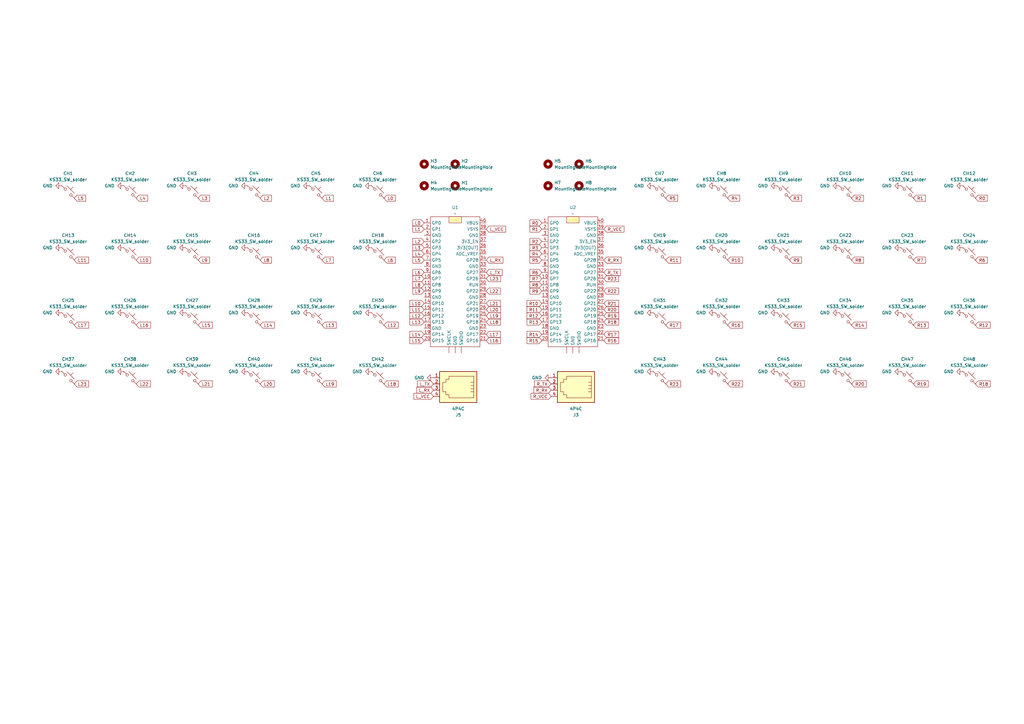
<source format=kicad_sch>
(kicad_sch (version 20231120) (generator "eeschema") (generator_version "8.0")
  (paper "A3")
  (lib_symbols
    (symbol "Connector:4P4C" (pin_names (offset 1.016))
      (property "Reference" "J" (at -5.08 8.89 0))
      (property "Value" "4P4C" (at 2.54 8.89 0))
      (symbol "4P4C_0_1"
        (polyline (pts (xy -6.35 -0.635) (xy -5.08 -0.635) (xy -5.08 -0.635)))
        (polyline (pts (xy -6.35 0.635) (xy -5.08 0.635) (xy -5.08 0.635)))
        (polyline (pts (xy -6.35 1.905) (xy -5.08 1.905) (xy -5.08 1.905)))
        (polyline (pts (xy -6.35 3.175) (xy -5.08 3.175) (xy -5.08 3.175)))
        (polyline (pts (xy -6.35 -3.175) (xy -6.35 5.715) (xy -1.27 5.715) (xy 3.81 5.715) (xy 3.81 4.445) (xy 5.08 4.445) (xy 5.08 3.175) (xy 6.35 3.175) (xy 6.35 -0.635) (xy 5.08 -0.635) (xy 5.08 -1.905) (xy 3.81 -1.905) (xy 3.81 -3.175) (xy -6.35 -3.175) (xy -6.35 -3.175)))
        (rectangle (start 7.62 7.62) (end -7.62 -5.08) (stroke (width 0.254)) (fill (type background)))
      )
      (symbol "4P4C_1_1"
        (pin passive line (at 10.16 -2.54 180) (length 2.54) (name "~") (number "1"))
        (pin passive line (at 10.16 0 180) (length 2.54) (name "~") (number "2"))
        (pin passive line (at 10.16 2.54 180) (length 2.54) (name "~") (number "3"))
        (pin passive line (at 10.16 5.08 180) (length 2.54) (name "~") (number "4"))
      )
    )
    (symbol "Mechanical:MountingHole" (pin_names (offset 1.016)) (exclude_from_sim yes) (in_bom no)
      (property "Reference" "H" (at 0 5.08 0))
      (property "Value" "MountingHole" (at 0 3.175 0))
      (symbol "MountingHole_0_1"
        (circle (center 0 0) (radius 1.27) (stroke (width 1.27)))
      )
    )
    (symbol "PCM_RP2040_parts:pi_pico"
      (property "Reference" "U" (at 0 0 0))
      (symbol "pi_pico_1_0"
        (pin passive line (at -12.7 -27.94 0) (length 2.54) (name "GP7") (number "10"))
        (pin passive line (at -12.7 -30.48 0) (length 2.54) (name "GP8") (number "11"))
        (pin passive line (at -12.7 -33.02 0) (length 2.54) (name "GP9") (number "12"))
        (pin passive line (at -12.7 -35.56 0) (length 2.54) (name "GND") (number "13"))
        (pin passive line (at -12.7 -38.1 0) (length 2.54) (name "GP10") (number "14"))
        (pin passive line (at -12.7 -40.64 0) (length 2.54) (name "GP11") (number "15"))
        (pin passive line (at -12.7 -43.18 0) (length 2.54) (name "GP12") (number "16"))
        (pin passive line (at -12.7 -45.72 0) (length 2.54) (name "GP13") (number "17"))
        (pin passive line (at -12.7 -48.26 0) (length 2.54) (name "GND") (number "18"))
        (pin passive line (at -12.7 -50.8 0) (length 2.54) (name "GP14") (number "19"))
        (pin passive line (at -12.7 -53.34 0) (length 2.54) (name "GP15") (number "20"))
        (pin passive line (at 12.7 -53.34 180) (length 2.54) (name "GP16") (number "21"))
        (pin passive line (at 12.7 -50.8 180) (length 2.54) (name "GP17") (number "22"))
        (pin passive line (at 12.7 -48.26 180) (length 2.54) (name "GND") (number "23"))
        (pin passive line (at 12.7 -45.72 180) (length 2.54) (name "GP18") (number "24"))
        (pin passive line (at 12.7 -43.18 180) (length 2.54) (name "GP19") (number "25"))
        (pin passive line (at 12.7 -40.64 180) (length 2.54) (name "GP20") (number "26"))
        (pin passive line (at 12.7 -38.1 180) (length 2.54) (name "GP21") (number "27"))
        (pin passive line (at 12.7 -35.56 180) (length 2.54) (name "GND") (number "28"))
        (pin passive line (at 12.7 -33.02 180) (length 2.54) (name "GP22") (number "29"))
        (pin passive line (at -12.7 -10.16 0) (length 2.54) (name "GND") (number "3"))
        (pin passive line (at 12.7 -30.48 180) (length 2.54) (name "RUN") (number "30"))
        (pin passive line (at 12.7 -27.94 180) (length 2.54) (name "GP26") (number "31"))
        (pin passive line (at 12.7 -25.4 180) (length 2.54) (name "GP27") (number "32"))
        (pin passive line (at 12.7 -22.86 180) (length 2.54) (name "GND") (number "33"))
        (pin passive line (at 12.7 -20.32 180) (length 2.54) (name "GP28") (number "34"))
        (pin passive line (at 12.7 -17.78 180) (length 2.54) (name "ADC_VREF") (number "35"))
        (pin power_out line (at 12.7 -15.24 180) (length 2.54) (name "3V3(OUT)") (number "36"))
        (pin passive line (at 12.7 -12.7 180) (length 2.54) (name "3V3_EN") (number "37"))
        (pin passive line (at 12.7 -10.16 180) (length 2.54) (name "GND") (number "38"))
        (pin passive line (at 12.7 -7.62 180) (length 2.54) (name "VSYS") (number "39"))
        (pin passive line (at -12.7 -12.7 0) (length 2.54) (name "GP2") (number "4"))
        (pin passive line (at -12.7 -15.24 0) (length 2.54) (name "GP3") (number "5"))
        (pin passive line (at -12.7 -17.78 0) (length 2.54) (name "GP4") (number "6"))
        (pin passive line (at -12.7 -20.32 0) (length 2.54) (name "GP5") (number "7"))
        (pin passive line (at -12.7 -22.86 0) (length 2.54) (name "GND") (number "8"))
        (pin passive line (at -12.7 -25.4 0) (length 2.54) (name "GP6") (number "9"))
      )
      (symbol "pi_pico_1_1"
        (rectangle (start -10.16 -2.54) (end 10.16 -55.88))
        (polyline (pts (xy 2.54 -2.54) (xy 2.54 -5.08) (xy -2.54 -5.08) (xy -2.54 -2.54) (xy 2.54 -2.54)) (fill (type background)))
        (text "usb" (at 0.0526 -3.6068 0) (effects (font (size 1.27 1.27))))
        (pin passive line (at 0 -58.42 90) (length 2.54) (name "GND") (number ""))
        (pin passive line (at -2.54 -58.42 90) (length 2.54) (name "SWCLK") (number ""))
        (pin passive line (at 2.54 -58.42 90) (length 2.54) (name "SWDIO") (number ""))
        (pin passive line (at -12.7 -5.08 0) (length 2.54) (name "GP0") (number "1"))
        (pin passive line (at -12.7 -7.62 0) (length 2.54) (name "GP1") (number "2"))
        (pin passive line (at 12.7 -5.08 180) (length 2.54) (name "VBUS") (number "40"))
      )
    )
    (symbol "PCM_marbastlib-gateron_lp:KS33_SW_solder" (pin_numbers hide) (pin_names (offset 1.016) hide)
      (property "Reference" "CH" (at 3.048 1.016 0))
      (property "Value" "KS33_SW_solder" (at 0 -3.81 0))
      (symbol "KS33_SW_solder_0_1"
        (circle (center -1.1684 1.1684) (radius 0.508))
        (polyline (pts (xy -0.508 2.54) (xy 2.54 -0.508)))
        (polyline (pts (xy 1.016 1.016) (xy 2.032 2.032)))
        (polyline (pts (xy -2.54 2.54) (xy -1.524 1.524) (xy -1.524 1.524)))
        (polyline (pts (xy 1.524 -1.524) (xy 2.54 -2.54) (xy 2.54 -2.54) (xy 2.54 -2.54)))
        (circle (center 1.143 -1.1938) (radius 0.508))
        (pin passive line (at -2.54 2.54 0) (length 0) (name "1") (number "1"))
        (pin passive line (at 2.54 -2.54 180) (length 0) (name "2") (number "2"))
      )
    )
    (symbol "power:GND" (power) (pin_numbers hide) (pin_names (offset 0) hide)
      (property "Value" "GND" (at 0 -3.81 0))
      (symbol "GND_0_1"
        (polyline (pts (xy 0 0) (xy 0 -1.27) (xy 1.27 -1.27) (xy 0 -2.54) (xy -1.27 -1.27) (xy 0 -1.27)))
      )
      (symbol "GND_1_1"
        (pin power_in line (at 0 0 270) (length 0) (name "~") (number "1"))
      )
    )
  )
  (global_label "R23" (shape input) (at 247.65 114.3 0) (property "Intersheetrefs" "${INTERSHEET_REFS}" (effects (hide yes))))
  (global_label "L_TX" (shape input) (at 199.39 111.76 0) (property "Intersheetrefs" "${INTERSHEET_REFS}" (effects (hide yes))))
  (global_label "L22" (shape input) (at 199.39 119.38 0) (property "Intersheetrefs" "${INTERSHEET_REFS}" (effects (hide yes))))
  (global_label "R13" (shape input) (at 222.25 132.08 180) (property "Intersheetrefs" "${INTERSHEET_REFS}" (effects (hide yes))))
  (global_label "R8" (shape input) (at 349.25 106.68 0) (property "Intersheetrefs" "${INTERSHEET_REFS}" (effects (hide yes))))
  (global_label "R9" (shape input) (at 323.85 106.68 0) (property "Intersheetrefs" "${INTERSHEET_REFS}" (effects (hide yes))))
  (global_label "L23" (shape input) (at 30.48 157.48 0) (property "Intersheetrefs" "${INTERSHEET_REFS}" (effects (hide yes))))
  (global_label "R3" (shape input) (at 323.85 81.28 0) (property "Intersheetrefs" "${INTERSHEET_REFS}" (effects (hide yes))))
  (global_label "L18" (shape input) (at 157.48 157.48 0) (property "Intersheetrefs" "${INTERSHEET_REFS}" (effects (hide yes))))
  (global_label "R11" (shape input) (at 273.05 106.68 0) (property "Intersheetrefs" "${INTERSHEET_REFS}" (effects (hide yes))))
  (global_label "R7" (shape input) (at 374.65 106.68 0) (property "Intersheetrefs" "${INTERSHEET_REFS}" (effects (hide yes))))
  (global_label "R23" (shape input) (at 273.05 157.48 0) (property "Intersheetrefs" "${INTERSHEET_REFS}" (effects (hide yes))))
  (global_label "L8" (shape input) (at 173.99 116.84 180) (property "Intersheetrefs" "${INTERSHEET_REFS}" (effects (hide yes))))
  (global_label "L6" (shape input) (at 173.99 111.76 180) (property "Intersheetrefs" "${INTERSHEET_REFS}" (effects (hide yes))))
  (global_label "L10" (shape input) (at 173.99 124.46 180) (property "Intersheetrefs" "${INTERSHEET_REFS}" (effects (hide yes))))
  (global_label "L3" (shape input) (at 173.99 101.6 180) (property "Intersheetrefs" "${INTERSHEET_REFS}" (effects (hide yes))))
  (global_label "L8" (shape input) (at 106.68 106.68 0) (property "Intersheetrefs" "${INTERSHEET_REFS}" (effects (hide yes))))
  (global_label "R_RX" (shape input) (at 247.65 106.68 0) (property "Intersheetrefs" "${INTERSHEET_REFS}" (effects (hide yes))))
  (global_label "R22" (shape input) (at 247.65 119.38 0) (property "Intersheetrefs" "${INTERSHEET_REFS}" (effects (hide yes))))
  (global_label "R4" (shape input) (at 222.25 104.14 180) (property "Intersheetrefs" "${INTERSHEET_REFS}" (effects (hide yes))))
  (global_label "R16" (shape input) (at 298.45 133.35 0) (property "Intersheetrefs" "${INTERSHEET_REFS}" (effects (hide yes))))
  (global_label "R3" (shape input) (at 222.25 101.6 180) (property "Intersheetrefs" "${INTERSHEET_REFS}" (effects (hide yes))))
  (global_label "L14" (shape input) (at 106.68 133.35 0) (property "Intersheetrefs" "${INTERSHEET_REFS}" (effects (hide yes))))
  (global_label "L5" (shape input) (at 30.48 81.28 0) (property "Intersheetrefs" "${INTERSHEET_REFS}" (effects (hide yes))))
  (global_label "L1" (shape input) (at 173.99 93.98 180) (property "Intersheetrefs" "${INTERSHEET_REFS}" (effects (hide yes))))
  (global_label "L11" (shape input) (at 173.99 127 180) (property "Intersheetrefs" "${INTERSHEET_REFS}" (effects (hide yes))))
  (global_label "L21" (shape input) (at 81.28 157.48 0) (property "Intersheetrefs" "${INTERSHEET_REFS}" (effects (hide yes))))
  (global_label "L16" (shape input) (at 199.39 139.7 0) (property "Intersheetrefs" "${INTERSHEET_REFS}" (effects (hide yes))))
  (global_label "L23" (shape input) (at 199.39 114.3 0) (property "Intersheetrefs" "${INTERSHEET_REFS}" (effects (hide yes))))
  (global_label "L19" (shape input) (at 132.08 157.48 0) (property "Intersheetrefs" "${INTERSHEET_REFS}" (effects (hide yes))))
  (global_label "L7" (shape input) (at 132.08 106.68 0) (property "Intersheetrefs" "${INTERSHEET_REFS}" (effects (hide yes))))
  (global_label "R1" (shape input) (at 374.65 81.28 0) (property "Intersheetrefs" "${INTERSHEET_REFS}" (effects (hide yes))))
  (global_label "R15" (shape input) (at 222.25 139.7 180) (property "Intersheetrefs" "${INTERSHEET_REFS}" (effects (hide yes))))
  (global_label "L18" (shape input) (at 199.39 132.08 0) (property "Intersheetrefs" "${INTERSHEET_REFS}" (effects (hide yes))))
  (global_label "R19" (shape input) (at 374.65 157.48 0) (property "Intersheetrefs" "${INTERSHEET_REFS}" (effects (hide yes))))
  (global_label "R10" (shape input) (at 298.45 106.68 0) (property "Intersheetrefs" "${INTERSHEET_REFS}" (effects (hide yes))))
  (global_label "L6" (shape input) (at 157.48 106.68 0) (property "Intersheetrefs" "${INTERSHEET_REFS}" (effects (hide yes))))
  (global_label "L_RX" (shape input) (at 177.8 160.02 180) (property "Intersheetrefs" "${INTERSHEET_REFS}" (effects (hide yes))))
  (global_label "L0" (shape input) (at 173.99 91.44 180) (property "Intersheetrefs" "${INTERSHEET_REFS}" (effects (hide yes))))
  (global_label "R14" (shape input) (at 349.25 133.35 0) (property "Intersheetrefs" "${INTERSHEET_REFS}" (effects (hide yes))))
  (global_label "R14" (shape input) (at 222.25 137.16 180) (property "Intersheetrefs" "${INTERSHEET_REFS}" (effects (hide yes))))
  (global_label "L1" (shape input) (at 132.08 81.28 0) (property "Intersheetrefs" "${INTERSHEET_REFS}" (effects (hide yes))))
  (global_label "R17" (shape input) (at 247.65 137.16 0) (property "Intersheetrefs" "${INTERSHEET_REFS}" (effects (hide yes))))
  (global_label "L3" (shape input) (at 81.28 81.28 0) (property "Intersheetrefs" "${INTERSHEET_REFS}" (effects (hide yes))))
  (global_label "L13" (shape input) (at 173.99 132.08 180) (property "Intersheetrefs" "${INTERSHEET_REFS}" (effects (hide yes))))
  (global_label "L2" (shape input) (at 173.99 99.06 180) (property "Intersheetrefs" "${INTERSHEET_REFS}" (effects (hide yes))))
  (global_label "R22" (shape input) (at 298.45 157.48 0) (property "Intersheetrefs" "${INTERSHEET_REFS}" (effects (hide yes))))
  (global_label "R19" (shape input) (at 247.65 129.54 0) (property "Intersheetrefs" "${INTERSHEET_REFS}" (effects (hide yes))))
  (global_label "L12" (shape input) (at 173.99 129.54 180) (property "Intersheetrefs" "${INTERSHEET_REFS}" (effects (hide yes))))
  (global_label "L9" (shape input) (at 173.99 119.38 180) (property "Intersheetrefs" "${INTERSHEET_REFS}" (effects (hide yes))))
  (global_label "L2" (shape input) (at 106.68 81.28 0) (property "Intersheetrefs" "${INTERSHEET_REFS}" (effects (hide yes))))
  (global_label "R7" (shape input) (at 222.25 114.3 180) (property "Intersheetrefs" "${INTERSHEET_REFS}" (effects (hide yes))))
  (global_label "R21" (shape input) (at 323.85 157.48 0) (property "Intersheetrefs" "${INTERSHEET_REFS}" (effects (hide yes))))
  (global_label "R_TX" (shape input) (at 226.06 157.48 180) (property "Intersheetrefs" "${INTERSHEET_REFS}" (effects (hide yes))))
  (global_label "L10" (shape input) (at 55.88 106.68 0) (property "Intersheetrefs" "${INTERSHEET_REFS}" (effects (hide yes))))
  (global_label "L17" (shape input) (at 30.48 133.35 0) (property "Intersheetrefs" "${INTERSHEET_REFS}" (effects (hide yes))))
  (global_label "R18" (shape input) (at 400.05 157.48 0) (property "Intersheetrefs" "${INTERSHEET_REFS}" (effects (hide yes))))
  (global_label "R5" (shape input) (at 222.25 106.68 180) (property "Intersheetrefs" "${INTERSHEET_REFS}" (effects (hide yes))))
  (global_label "L16" (shape input) (at 55.88 133.35 0) (property "Intersheetrefs" "${INTERSHEET_REFS}" (effects (hide yes))))
  (global_label "L11" (shape input) (at 30.48 106.68 0) (property "Intersheetrefs" "${INTERSHEET_REFS}" (effects (hide yes))))
  (global_label "R_RX" (shape input) (at 226.06 160.02 180) (property "Intersheetrefs" "${INTERSHEET_REFS}" (effects (hide yes))))
  (global_label "R12" (shape input) (at 400.05 133.35 0) (property "Intersheetrefs" "${INTERSHEET_REFS}" (effects (hide yes))))
  (global_label "L20" (shape input) (at 199.39 127 0) (property "Intersheetrefs" "${INTERSHEET_REFS}" (effects (hide yes))))
  (global_label "L_VCC" (shape input) (at 177.8 162.56 180) (property "Intersheetrefs" "${INTERSHEET_REFS}" (effects (hide yes))))
  (global_label "L9" (shape input) (at 81.28 106.68 0) (property "Intersheetrefs" "${INTERSHEET_REFS}" (effects (hide yes))))
  (global_label "R2" (shape input) (at 222.25 99.06 180) (property "Intersheetrefs" "${INTERSHEET_REFS}" (effects (hide yes))))
  (global_label "R10" (shape input) (at 222.25 124.46 180) (property "Intersheetrefs" "${INTERSHEET_REFS}" (effects (hide yes))))
  (global_label "R_VCC" (shape input) (at 247.65 93.98 0) (property "Intersheetrefs" "${INTERSHEET_REFS}" (effects (hide yes))))
  (global_label "L_TX" (shape input) (at 177.8 157.48 180) (property "Intersheetrefs" "${INTERSHEET_REFS}" (effects (hide yes))))
  (global_label "R11" (shape input) (at 222.25 127 180) (property "Intersheetrefs" "${INTERSHEET_REFS}" (effects (hide yes))))
  (global_label "R0" (shape input) (at 222.25 91.44 180) (property "Intersheetrefs" "${INTERSHEET_REFS}" (effects (hide yes))))
  (global_label "R6" (shape input) (at 222.25 111.76 180) (property "Intersheetrefs" "${INTERSHEET_REFS}" (effects (hide yes))))
  (global_label "L15" (shape input) (at 173.99 139.7 180) (property "Intersheetrefs" "${INTERSHEET_REFS}" (effects (hide yes))))
  (global_label "L7" (shape input) (at 173.99 114.3 180) (property "Intersheetrefs" "${INTERSHEET_REFS}" (effects (hide yes))))
  (global_label "L_VCC" (shape input) (at 199.39 93.98 0) (property "Intersheetrefs" "${INTERSHEET_REFS}" (effects (hide yes))))
  (global_label "L17" (shape input) (at 199.39 137.16 0) (property "Intersheetrefs" "${INTERSHEET_REFS}" (effects (hide yes))))
  (global_label "R12" (shape input) (at 222.25 129.54 180) (property "Intersheetrefs" "${INTERSHEET_REFS}" (effects (hide yes))))
  (global_label "L4" (shape input) (at 55.88 81.28 0) (property "Intersheetrefs" "${INTERSHEET_REFS}" (effects (hide yes))))
  (global_label "L13" (shape input) (at 132.08 133.35 0) (property "Intersheetrefs" "${INTERSHEET_REFS}" (effects (hide yes))))
  (global_label "L0" (shape input) (at 157.48 81.28 0) (property "Intersheetrefs" "${INTERSHEET_REFS}" (effects (hide yes))))
  (global_label "L21" (shape input) (at 199.39 124.46 0) (property "Intersheetrefs" "${INTERSHEET_REFS}" (effects (hide yes))))
  (global_label "R4" (shape input) (at 298.45 81.28 0) (property "Intersheetrefs" "${INTERSHEET_REFS}" (effects (hide yes))))
  (global_label "R15" (shape input) (at 323.85 133.35 0) (property "Intersheetrefs" "${INTERSHEET_REFS}" (effects (hide yes))))
  (global_label "R_VCC" (shape input) (at 226.06 162.56 180) (property "Intersheetrefs" "${INTERSHEET_REFS}" (effects (hide yes))))
  (global_label "R17" (shape input) (at 273.05 133.35 0) (property "Intersheetrefs" "${INTERSHEET_REFS}" (effects (hide yes))))
  (global_label "R20" (shape input) (at 247.65 127 0) (property "Intersheetrefs" "${INTERSHEET_REFS}" (effects (hide yes))))
  (global_label "R2" (shape input) (at 349.25 81.28 0) (property "Intersheetrefs" "${INTERSHEET_REFS}" (effects (hide yes))))
  (global_label "L15" (shape input) (at 81.28 133.35 0) (property "Intersheetrefs" "${INTERSHEET_REFS}" (effects (hide yes))))
  (global_label "R1" (shape input) (at 222.25 93.98 180) (property "Intersheetrefs" "${INTERSHEET_REFS}" (effects (hide yes))))
  (global_label "R5" (shape input) (at 273.05 81.28 0) (property "Intersheetrefs" "${INTERSHEET_REFS}" (effects (hide yes))))
  (global_label "R8" (shape input) (at 222.25 116.84 180) (property "Intersheetrefs" "${INTERSHEET_REFS}" (effects (hide yes))))
  (global_label "R9" (shape input) (at 222.25 119.38 180) (property "Intersheetrefs" "${INTERSHEET_REFS}" (effects (hide yes))))
  (global_label "R0" (shape input) (at 400.05 81.28 0) (property "Intersheetrefs" "${INTERSHEET_REFS}" (effects (hide yes))))
  (global_label "L_RX" (shape input) (at 199.39 106.68 0) (property "Intersheetrefs" "${INTERSHEET_REFS}" (effects (hide yes))))
  (global_label "R13" (shape input) (at 374.65 133.35 0) (property "Intersheetrefs" "${INTERSHEET_REFS}" (effects (hide yes))))
  (global_label "R18" (shape input) (at 247.65 132.08 0) (property "Intersheetrefs" "${INTERSHEET_REFS}" (effects (hide yes))))
  (global_label "R_TX" (shape input) (at 247.65 111.76 0) (property "Intersheetrefs" "${INTERSHEET_REFS}" (effects (hide yes))))
  (global_label "R6" (shape input) (at 400.05 106.68 0) (property "Intersheetrefs" "${INTERSHEET_REFS}" (effects (hide yes))))
  (global_label "L4" (shape input) (at 173.99 104.14 180) (property "Intersheetrefs" "${INTERSHEET_REFS}" (effects (hide yes))))
  (global_label "L22" (shape input) (at 55.88 157.48 0) (property "Intersheetrefs" "${INTERSHEET_REFS}" (effects (hide yes))))
  (global_label "R21" (shape input) (at 247.65 124.46 0) (property "Intersheetrefs" "${INTERSHEET_REFS}" (effects (hide yes))))
  (global_label "L20" (shape input) (at 106.68 157.48 0) (property "Intersheetrefs" "${INTERSHEET_REFS}" (effects (hide yes))))
  (global_label "L19" (shape input) (at 199.39 129.54 0) (property "Intersheetrefs" "${INTERSHEET_REFS}" (effects (hide yes))))
  (global_label "L14" (shape input) (at 173.99 137.16 180) (property "Intersheetrefs" "${INTERSHEET_REFS}" (effects (hide yes))))
  (global_label "R20" (shape input) (at 349.25 157.48 0) (property "Intersheetrefs" "${INTERSHEET_REFS}" (effects (hide yes))))
  (global_label "L5" (shape input) (at 173.99 106.68 180) (property "Intersheetrefs" "${INTERSHEET_REFS}" (effects (hide yes))))
  (global_label "R16" (shape input) (at 247.65 139.7 0) (property "Intersheetrefs" "${INTERSHEET_REFS}" (effects (hide yes))))
  (global_label "L12" (shape input) (at 157.48 133.35 0) (property "Intersheetrefs" "${INTERSHEET_REFS}" (effects (hide yes))))
  (symbol (lib_id "power:GND") (at 76.2 101.6 270) (unit 1)
    (property "Reference" "#PWR09" (effects (hide yes)))
    (property "Value" "GND" (at 72.39 101.5999 90) (effects (justify right)))
    (property "Description" "Power symbol creates a global label with name \"GND\" , ground" (effects (hide yes)))
  )
  (symbol (lib_id "power:GND") (at 127 128.27 270) (unit 1)
    (property "Reference" "#PWR017" (effects (hide yes)))
    (property "Value" "GND" (at 123.19 128.2699 90) (effects (justify right)))
    (property "Description" "Power symbol creates a global label with name \"GND\" , ground" (effects (hide yes)))
  )
  (symbol (lib_id "power:GND") (at 267.97 76.2 270) (unit 1)
    (property "Reference" "#PWR026" (effects (hide yes)))
    (property "Value" "GND" (at 264.16 76.1999 90) (effects (justify right)))
    (property "Description" "Power symbol creates a global label with name \"GND\" , ground" (effects (hide yes)))
  )
  (symbol (lib_id "PCM_marbastlib-gateron_lp:KS33_SW_solder") (at 346.71 78.74 0) (unit 1)
    (property "Reference" "CH10" (at 346.71 71.12 0))
    (property "Value" "KS33_SW_solder" (at 346.71 73.66 0))
    (property "Footprint" "PCM_marbastlib-xp-gateron_lp:SW_Gateron_LowProfile_THT" (effects (hide yes)))
    (property "Description" "Push button switch, normally open, two pins, 45° tilted" (effects (hide yes)))
  )
  (symbol (lib_id "power:GND") (at 369.57 101.6 270) (unit 1)
    (property "Reference" "#PWR036" (effects (hide yes)))
    (property "Value" "GND" (at 365.76 101.5999 90) (effects (justify right)))
    (property "Description" "Power symbol creates a global label with name \"GND\" , ground" (effects (hide yes)))
  )
  (symbol (lib_id "power:GND") (at 152.4 128.27 270) (unit 1)
    (property "Reference" "#PWR018" (effects (hide yes)))
    (property "Value" "GND" (at 148.59 128.2699 90) (effects (justify right)))
    (property "Description" "Power symbol creates a global label with name \"GND\" , ground" (effects (hide yes)))
  )
  (symbol (lib_id "PCM_marbastlib-gateron_lp:KS33_SW_solder") (at 397.51 130.81 0) (unit 1)
    (property "Reference" "CH36" (at 397.51 123.19 0))
    (property "Value" "KS33_SW_solder" (at 397.51 125.73 0))
    (property "Footprint" "PCM_marbastlib-xp-gateron_lp:SW_Gateron_LowProfile_THT" (effects (hide yes)))
    (property "Description" "Push button switch, normally open, two pins, 45° tilted" (effects (hide yes)))
  )
  (symbol (lib_id "power:GND") (at 76.2 76.2 270) (unit 1)
    (property "Reference" "#PWR03" (effects (hide yes)))
    (property "Value" "GND" (at 72.39 76.1999 90) (effects (justify right)))
    (property "Description" "Power symbol creates a global label with name \"GND\" , ground" (effects (hide yes)))
  )
  (symbol (lib_id "power:GND") (at 50.8 152.4 270) (unit 1)
    (property "Reference" "#PWR020" (effects (hide yes)))
    (property "Value" "GND" (at 46.99 152.3999 90) (effects (justify right)))
    (property "Description" "Power symbol creates a global label with name \"GND\" , ground" (effects (hide yes)))
  )
  (symbol (lib_id "PCM_marbastlib-gateron_lp:KS33_SW_solder") (at 397.51 104.14 0) (unit 1)
    (property "Reference" "CH24" (at 397.51 96.52 0))
    (property "Value" "KS33_SW_solder" (at 397.51 99.06 0))
    (property "Footprint" "PCM_marbastlib-xp-gateron_lp:SW_Gateron_LowProfile_THT" (effects (hide yes)))
    (property "Description" "Push button switch, normally open, two pins, 45° tilted" (effects (hide yes)))
  )
  (symbol (lib_id "power:GND") (at 101.6 128.27 270) (unit 1)
    (property "Reference" "#PWR016" (effects (hide yes)))
    (property "Value" "GND" (at 97.79 128.2699 90) (effects (justify right)))
    (property "Description" "Power symbol creates a global label with name \"GND\" , ground" (effects (hide yes)))
  )
  (symbol (lib_id "PCM_marbastlib-gateron_lp:KS33_SW_solder") (at 53.34 130.81 0) (unit 1)
    (property "Reference" "CH26" (at 53.34 123.19 0))
    (property "Value" "KS33_SW_solder" (at 53.34 125.73 0))
    (property "Footprint" "PCM_marbastlib-xp-gateron_lp:SW_Gateron_LowProfile_THT" (effects (hide yes)))
    (property "Description" "Push button switch, normally open, two pins, 45° tilted" (effects (hide yes)))
  )
  (symbol (lib_id "PCM_marbastlib-gateron_lp:KS33_SW_solder") (at 346.71 154.94 0) (unit 1)
    (property "Reference" "CH46" (at 346.71 147.32 0))
    (property "Value" "KS33_SW_solder" (at 346.71 149.86 0))
    (property "Footprint" "PCM_marbastlib-xp-gateron_lp:SW_Gateron_LowProfile_THT" (effects (hide yes)))
    (property "Description" "Push button switch, normally open, two pins, 45° tilted" (effects (hide yes)))
  )
  (symbol (lib_id "Mechanical:MountingHole") (at 173.99 76.2 0) (unit 1) (exclude_from_sim yes) (in_bom no)
    (property "Reference" "H4" (at 176.53 74.9299 0) (effects (justify left)))
    (property "Value" "MountingHole" (at 176.53 77.4699 0) (effects (justify left)))
    (property "Footprint" "MountingHole:MountingHole_2.1mm" (effects (hide yes)))
    (property "Description" "Mounting Hole without connection" (effects (hide yes)))
  )
  (symbol (lib_id "PCM_marbastlib-gateron_lp:KS33_SW_solder") (at 104.14 154.94 0) (unit 1)
    (property "Reference" "CH40" (at 104.14 147.32 0))
    (property "Value" "KS33_SW_solder" (at 104.14 149.86 0))
    (property "Footprint" "PCM_marbastlib-xp-gateron_lp:SW_Gateron_LowProfile_THT" (effects (hide yes)))
    (property "Description" "Push button switch, normally open, two pins, 45° tilted" (effects (hide yes)))
  )
  (symbol (lib_id "power:GND") (at 226.06 154.94 270) (unit 1)
    (property "Reference" "#PWR050" (effects (hide yes)))
    (property "Value" "GND" (at 222.25 154.9399 90) (effects (justify right)))
    (property "Description" "Power symbol creates a global label with name \"GND\" , ground" (effects (hide yes)))
  )
  (symbol (lib_id "power:GND") (at 267.97 101.6 270) (unit 1)
    (property "Reference" "#PWR032" (effects (hide yes)))
    (property "Value" "GND" (at 264.16 101.5999 90) (effects (justify right)))
    (property "Description" "Power symbol creates a global label with name \"GND\" , ground" (effects (hide yes)))
  )
  (symbol (lib_id "power:GND") (at 394.97 76.2 270) (unit 1)
    (property "Reference" "#PWR031" (effects (hide yes)))
    (property "Value" "GND" (at 391.16 76.1999 90) (effects (justify right)))
    (property "Description" "Power symbol creates a global label with name \"GND\" , ground" (effects (hide yes)))
  )
  (symbol (lib_id "power:GND") (at 127 76.2 270) (unit 1)
    (property "Reference" "#PWR05" (effects (hide yes)))
    (property "Value" "GND" (at 123.19 76.1999 90) (effects (justify right)))
    (property "Description" "Power symbol creates a global label with name \"GND\" , ground" (effects (hide yes)))
  )
  (symbol (lib_id "PCM_marbastlib-gateron_lp:KS33_SW_solder") (at 78.74 78.74 0) (unit 1)
    (property "Reference" "CH3" (at 78.74 71.12 0))
    (property "Value" "KS33_SW_solder" (at 78.74 73.66 0))
    (property "Footprint" "PCM_marbastlib-xp-gateron_lp:SW_Gateron_LowProfile_THT" (effects (hide yes)))
    (property "Description" "Push button switch, normally open, two pins, 45° tilted" (effects (hide yes)))
  )
  (symbol (lib_id "PCM_marbastlib-gateron_lp:KS33_SW_solder") (at 78.74 154.94 0) (unit 1)
    (property "Reference" "CH39" (at 78.74 147.32 0))
    (property "Value" "KS33_SW_solder" (at 78.74 149.86 0))
    (property "Footprint" "PCM_marbastlib-xp-gateron_lp:SW_Gateron_LowProfile_THT" (effects (hide yes)))
    (property "Description" "Push button switch, normally open, two pins, 45° tilted" (effects (hide yes)))
  )
  (symbol (lib_id "PCM_marbastlib-gateron_lp:KS33_SW_solder") (at 372.11 104.14 0) (unit 1)
    (property "Reference" "CH23" (at 372.11 96.52 0))
    (property "Value" "KS33_SW_solder" (at 372.11 99.06 0))
    (property "Footprint" "PCM_marbastlib-xp-gateron_lp:SW_Gateron_LowProfile_THT" (effects (hide yes)))
    (property "Description" "Push button switch, normally open, two pins, 45° tilted" (effects (hide yes)))
  )
  (symbol (lib_id "PCM_marbastlib-gateron_lp:KS33_SW_solder") (at 53.34 78.74 0) (unit 1)
    (property "Reference" "CH2" (at 53.34 71.12 0))
    (property "Value" "KS33_SW_solder" (at 53.34 73.66 0))
    (property "Footprint" "PCM_marbastlib-xp-gateron_lp:SW_Gateron_LowProfile_THT" (effects (hide yes)))
    (property "Description" "Push button switch, normally open, two pins, 45° tilted" (effects (hide yes)))
  )
  (symbol (lib_id "PCM_marbastlib-gateron_lp:KS33_SW_solder") (at 372.11 78.74 0) (unit 1)
    (property "Reference" "CH11" (at 372.11 71.12 0))
    (property "Value" "KS33_SW_solder" (at 372.11 73.66 0))
    (property "Footprint" "PCM_marbastlib-xp-gateron_lp:SW_Gateron_LowProfile_THT" (effects (hide yes)))
    (property "Description" "Push button switch, normally open, two pins, 45° tilted" (effects (hide yes)))
  )
  (symbol (lib_id "power:GND") (at 344.17 76.2 270) (unit 1)
    (property "Reference" "#PWR029" (effects (hide yes)))
    (property "Value" "GND" (at 340.36 76.1999 90) (effects (justify right)))
    (property "Description" "Power symbol creates a global label with name \"GND\" , ground" (effects (hide yes)))
  )
  (symbol (lib_id "PCM_marbastlib-gateron_lp:KS33_SW_solder") (at 154.94 130.81 0) (unit 1)
    (property "Reference" "CH30" (at 154.94 123.19 0))
    (property "Value" "KS33_SW_solder" (at 154.94 125.73 0))
    (property "Footprint" "PCM_marbastlib-xp-gateron_lp:SW_Gateron_LowProfile_THT" (effects (hide yes)))
    (property "Description" "Push button switch, normally open, two pins, 45° tilted" (effects (hide yes)))
  )
  (symbol (lib_id "PCM_marbastlib-gateron_lp:KS33_SW_solder") (at 154.94 154.94 0) (unit 1)
    (property "Reference" "CH42" (at 154.94 147.32 0))
    (property "Value" "KS33_SW_solder" (at 154.94 149.86 0))
    (property "Footprint" "PCM_marbastlib-xp-gateron_lp:SW_Gateron_LowProfile_THT" (effects (hide yes)))
    (property "Description" "Push button switch, normally open, two pins, 45° tilted" (effects (hide yes)))
  )
  (symbol (lib_id "power:GND") (at 101.6 76.2 270) (unit 1)
    (property "Reference" "#PWR04" (effects (hide yes)))
    (property "Value" "GND" (at 97.79 76.1999 90) (effects (justify right)))
    (property "Description" "Power symbol creates a global label with name \"GND\" , ground" (effects (hide yes)))
  )
  (symbol (lib_id "PCM_marbastlib-gateron_lp:KS33_SW_solder") (at 372.11 154.94 0) (unit 1)
    (property "Reference" "CH47" (at 372.11 147.32 0))
    (property "Value" "KS33_SW_solder" (at 372.11 149.86 0))
    (property "Footprint" "PCM_marbastlib-xp-gateron_lp:SW_Gateron_LowProfile_THT" (effects (hide yes)))
    (property "Description" "Push button switch, normally open, two pins, 45° tilted" (effects (hide yes)))
  )
  (symbol (lib_id "power:GND") (at 344.17 152.4 270) (unit 1)
    (property "Reference" "#PWR047" (effects (hide yes)))
    (property "Value" "GND" (at 340.36 152.3999 90) (effects (justify right)))
    (property "Description" "Power symbol creates a global label with name \"GND\" , ground" (effects (hide yes)))
  )
  (symbol (lib_id "power:GND") (at 267.97 152.4 270) (unit 1)
    (property "Reference" "#PWR044" (effects (hide yes)))
    (property "Value" "GND" (at 264.16 152.3999 90) (effects (justify right)))
    (property "Description" "Power symbol creates a global label with name \"GND\" , ground" (effects (hide yes)))
  )
  (symbol (lib_id "power:GND") (at 318.77 152.4 270) (unit 1)
    (property "Reference" "#PWR046" (effects (hide yes)))
    (property "Value" "GND" (at 314.96 152.3999 90) (effects (justify right)))
    (property "Description" "Power symbol creates a global label with name \"GND\" , ground" (effects (hide yes)))
  )
  (symbol (lib_id "power:GND") (at 152.4 76.2 270) (unit 1)
    (property "Reference" "#PWR06" (effects (hide yes)))
    (property "Value" "GND" (at 148.59 76.1999 90) (effects (justify right)))
    (property "Description" "Power symbol creates a global label with name \"GND\" , ground" (effects (hide yes)))
  )
  (symbol (lib_id "power:GND") (at 76.2 152.4 270) (unit 1)
    (property "Reference" "#PWR021" (effects (hide yes)))
    (property "Value" "GND" (at 72.39 152.3999 90) (effects (justify right)))
    (property "Description" "Power symbol creates a global label with name \"GND\" , ground" (effects (hide yes)))
  )
  (symbol (lib_id "Mechanical:MountingHole") (at 186.69 76.2 0) (unit 1) (exclude_from_sim yes) (in_bom no)
    (property "Reference" "H1" (at 189.23 74.9299 0) (effects (justify left)))
    (property "Value" "MountingHole" (at 189.23 77.4699 0) (effects (justify left)))
    (property "Footprint" "MountingHole:MountingHole_2.1mm" (effects (hide yes)))
    (property "Description" "Mounting Hole without connection" (effects (hide yes)))
  )
  (symbol (lib_id "Mechanical:MountingHole") (at 224.79 67.31 0) (unit 1) (exclude_from_sim yes) (in_bom no)
    (property "Reference" "H5" (at 227.33 66.0399 0) (effects (justify left)))
    (property "Value" "MountingHole" (at 227.33 68.5799 0) (effects (justify left)))
    (property "Footprint" "MountingHole:MountingHole_2.1mm" (effects (hide yes)))
    (property "Description" "Mounting Hole without connection" (effects (hide yes)))
  )
  (symbol (lib_id "power:GND") (at 318.77 101.6 270) (unit 1)
    (property "Reference" "#PWR034" (effects (hide yes)))
    (property "Value" "GND" (at 314.96 101.5999 90) (effects (justify right)))
    (property "Description" "Power symbol creates a global label with name \"GND\" , ground" (effects (hide yes)))
  )
  (symbol (lib_id "power:GND") (at 394.97 128.27 270) (unit 1)
    (property "Reference" "#PWR043" (effects (hide yes)))
    (property "Value" "GND" (at 391.16 128.2699 90) (effects (justify right)))
    (property "Description" "Power symbol creates a global label with name \"GND\" , ground" (effects (hide yes)))
  )
  (symbol (lib_id "power:GND") (at 293.37 101.6 270) (unit 1)
    (property "Reference" "#PWR033" (effects (hide yes)))
    (property "Value" "GND" (at 289.56 101.5999 90) (effects (justify right)))
    (property "Description" "Power symbol creates a global label with name \"GND\" , ground" (effects (hide yes)))
  )
  (symbol (lib_id "PCM_marbastlib-gateron_lp:KS33_SW_solder") (at 104.14 130.81 0) (unit 1)
    (property "Reference" "CH28" (at 104.14 123.19 0))
    (property "Value" "KS33_SW_solder" (at 104.14 125.73 0))
    (property "Footprint" "PCM_marbastlib-xp-gateron_lp:SW_Gateron_LowProfile_THT" (effects (hide yes)))
    (property "Description" "Push button switch, normally open, two pins, 45° tilted" (effects (hide yes)))
  )
  (symbol (lib_id "Connector:4P4C") (at 236.22 157.48 180) (unit 1)
    (property "Reference" "J3" (at 236.22 170.18 0))
    (property "Value" "4P4C" (at 236.22 167.64 0))
    (property "Footprint" "Connector_RJ:RJ9_Evercom_5301-440xxx_Horizontal" (effects (hide yes)))
    (property "Description" "RJ connector, 4P4C (4 positions 4 connected), RJ9/RJ10/RJ22" (effects (hide yes)))
  )
  (symbol (lib_id "PCM_marbastlib-gateron_lp:KS33_SW_solder") (at 129.54 154.94 0) (unit 1)
    (property "Reference" "CH41" (at 129.54 147.32 0))
    (property "Value" "KS33_SW_solder" (at 129.54 149.86 0))
    (property "Footprint" "PCM_marbastlib-xp-gateron_lp:SW_Gateron_LowProfile_THT" (effects (hide yes)))
    (property "Description" "Push button switch, normally open, two pins, 45° tilted" (effects (hide yes)))
  )
  (symbol (lib_id "power:GND") (at 394.97 101.6 270) (unit 1)
    (property "Reference" "#PWR037" (effects (hide yes)))
    (property "Value" "GND" (at 391.16 101.5999 90) (effects (justify right)))
    (property "Description" "Power symbol creates a global label with name \"GND\" , ground" (effects (hide yes)))
  )
  (symbol (lib_id "power:GND") (at 50.8 101.6 270) (unit 1)
    (property "Reference" "#PWR08" (effects (hide yes)))
    (property "Value" "GND" (at 46.99 101.5999 90) (effects (justify right)))
    (property "Description" "Power symbol creates a global label with name \"GND\" , ground" (effects (hide yes)))
  )
  (symbol (lib_id "power:GND") (at 76.2 128.27 270) (unit 1)
    (property "Reference" "#PWR015" (effects (hide yes)))
    (property "Value" "GND" (at 72.39 128.2699 90) (effects (justify right)))
    (property "Description" "Power symbol creates a global label with name \"GND\" , ground" (effects (hide yes)))
  )
  (symbol (lib_id "PCM_marbastlib-gateron_lp:KS33_SW_solder") (at 397.51 78.74 0) (unit 1)
    (property "Reference" "CH12" (at 397.51 71.12 0))
    (property "Value" "KS33_SW_solder" (at 397.51 73.66 0))
    (property "Footprint" "PCM_marbastlib-xp-gateron_lp:SW_Gateron_LowProfile_THT" (effects (hide yes)))
    (property "Description" "Push button switch, normally open, two pins, 45° tilted" (effects (hide yes)))
  )
  (symbol (lib_id "PCM_marbastlib-gateron_lp:KS33_SW_solder") (at 321.31 104.14 0) (unit 1)
    (property "Reference" "CH21" (at 321.31 96.52 0))
    (property "Value" "KS33_SW_solder" (at 321.31 99.06 0))
    (property "Footprint" "PCM_marbastlib-xp-gateron_lp:SW_Gateron_LowProfile_THT" (effects (hide yes)))
    (property "Description" "Push button switch, normally open, two pins, 45° tilted" (effects (hide yes)))
  )
  (symbol (lib_id "PCM_marbastlib-gateron_lp:KS33_SW_solder") (at 129.54 130.81 0) (unit 1)
    (property "Reference" "CH29" (at 129.54 123.19 0))
    (property "Value" "KS33_SW_solder" (at 129.54 125.73 0))
    (property "Footprint" "PCM_marbastlib-xp-gateron_lp:SW_Gateron_LowProfile_THT" (effects (hide yes)))
    (property "Description" "Push button switch, normally open, two pins, 45° tilted" (effects (hide yes)))
  )
  (symbol (lib_id "Mechanical:MountingHole") (at 224.79 76.2 0) (unit 1) (exclude_from_sim yes) (in_bom no)
    (property "Reference" "H7" (at 227.33 74.9299 0) (effects (justify left)))
    (property "Value" "MountingHole" (at 227.33 77.4699 0) (effects (justify left)))
    (property "Footprint" "MountingHole:MountingHole_2.1mm" (effects (hide yes)))
    (property "Description" "Mounting Hole without connection" (effects (hide yes)))
  )
  (symbol (lib_id "PCM_marbastlib-gateron_lp:KS33_SW_solder") (at 27.94 130.81 0) (unit 1)
    (property "Reference" "CH25" (at 27.94 123.19 0))
    (property "Value" "KS33_SW_solder" (at 27.94 125.73 0))
    (property "Footprint" "PCM_marbastlib-xp-gateron_lp:SW_Gateron_LowProfile_THT" (effects (hide yes)))
    (property "Description" "Push button switch, normally open, two pins, 45° tilted" (effects (hide yes)))
  )
  (symbol (lib_id "PCM_marbastlib-gateron_lp:KS33_SW_solder") (at 53.34 154.94 0) (unit 1)
    (property "Reference" "CH38" (at 53.34 147.32 0))
    (property "Value" "KS33_SW_solder" (at 53.34 149.86 0))
    (property "Footprint" "PCM_marbastlib-xp-gateron_lp:SW_Gateron_LowProfile_THT" (effects (hide yes)))
    (property "Description" "Push button switch, normally open, two pins, 45° tilted" (effects (hide yes)))
  )
  (symbol (lib_id "power:GND") (at 369.57 128.27 270) (unit 1)
    (property "Reference" "#PWR042" (effects (hide yes)))
    (property "Value" "GND" (at 365.76 128.2699 90) (effects (justify right)))
    (property "Description" "Power symbol creates a global label with name \"GND\" , ground" (effects (hide yes)))
  )
  (symbol (lib_id "power:GND") (at 25.4 128.27 270) (unit 1)
    (property "Reference" "#PWR013" (effects (hide yes)))
    (property "Value" "GND" (at 21.59 128.2699 90) (effects (justify right)))
    (property "Description" "Power symbol creates a global label with name \"GND\" , ground" (effects (hide yes)))
  )
  (symbol (lib_id "PCM_marbastlib-gateron_lp:KS33_SW_solder") (at 270.51 78.74 0) (unit 1)
    (property "Reference" "CH7" (at 270.51 71.12 0))
    (property "Value" "KS33_SW_solder" (at 270.51 73.66 0))
    (property "Footprint" "PCM_marbastlib-xp-gateron_lp:SW_Gateron_LowProfile_THT" (effects (hide yes)))
    (property "Description" "Push button switch, normally open, two pins, 45° tilted" (effects (hide yes)))
  )
  (symbol (lib_id "PCM_marbastlib-gateron_lp:KS33_SW_solder") (at 27.94 104.14 0) (unit 1)
    (property "Reference" "CH13" (at 27.94 96.52 0))
    (property "Value" "KS33_SW_solder" (at 27.94 99.06 0))
    (property "Footprint" "PCM_marbastlib-xp-gateron_lp:SW_Gateron_LowProfile_THT" (effects (hide yes)))
    (property "Description" "Push button switch, normally open, two pins, 45° tilted" (effects (hide yes)))
  )
  (symbol (lib_id "power:GND") (at 344.17 128.27 270) (unit 1)
    (property "Reference" "#PWR041" (effects (hide yes)))
    (property "Value" "GND" (at 340.36 128.2699 90) (effects (justify right)))
    (property "Description" "Power symbol creates a global label with name \"GND\" , ground" (effects (hide yes)))
  )
  (symbol (lib_id "power:GND") (at 152.4 152.4 270) (unit 1)
    (property "Reference" "#PWR024" (effects (hide yes)))
    (property "Value" "GND" (at 148.59 152.3999 90) (effects (justify right)))
    (property "Description" "Power symbol creates a global label with name \"GND\" , ground" (effects (hide yes)))
  )
  (symbol (lib_id "PCM_marbastlib-gateron_lp:KS33_SW_solder") (at 78.74 104.14 0) (unit 1)
    (property "Reference" "CH15" (at 78.74 96.52 0))
    (property "Value" "KS33_SW_solder" (at 78.74 99.06 0))
    (property "Footprint" "PCM_marbastlib-xp-gateron_lp:SW_Gateron_LowProfile_THT" (effects (hide yes)))
    (property "Description" "Push button switch, normally open, two pins, 45° tilted" (effects (hide yes)))
  )
  (symbol (lib_id "power:GND") (at 25.4 152.4 270) (unit 1)
    (property "Reference" "#PWR019" (effects (hide yes)))
    (property "Value" "GND" (at 21.59 152.3999 90) (effects (justify right)))
    (property "Description" "Power symbol creates a global label with name \"GND\" , ground" (effects (hide yes)))
  )
  (symbol (lib_id "PCM_marbastlib-gateron_lp:KS33_SW_solder") (at 270.51 130.81 0) (unit 1)
    (property "Reference" "CH31" (at 270.51 123.19 0))
    (property "Value" "KS33_SW_solder" (at 270.51 125.73 0))
    (property "Footprint" "PCM_marbastlib-xp-gateron_lp:SW_Gateron_LowProfile_THT" (effects (hide yes)))
    (property "Description" "Push button switch, normally open, two pins, 45° tilted" (effects (hide yes)))
  )
  (symbol (lib_id "Mechanical:MountingHole") (at 237.49 76.2 0) (unit 1) (exclude_from_sim yes) (in_bom no)
    (property "Reference" "H8" (at 240.03 74.9299 0) (effects (justify left)))
    (property "Value" "MountingHole" (at 240.03 77.4699 0) (effects (justify left)))
    (property "Footprint" "MountingHole:MountingHole_2.1mm" (effects (hide yes)))
    (property "Description" "Mounting Hole without connection" (effects (hide yes)))
  )
  (symbol (lib_id "PCM_marbastlib-gateron_lp:KS33_SW_solder") (at 346.71 104.14 0) (unit 1)
    (property "Reference" "CH22" (at 346.71 96.52 0))
    (property "Value" "KS33_SW_solder" (at 346.71 99.06 0))
    (property "Footprint" "PCM_marbastlib-xp-gateron_lp:SW_Gateron_LowProfile_THT" (effects (hide yes)))
    (property "Description" "Push button switch, normally open, two pins, 45° tilted" (effects (hide yes)))
  )
  (symbol (lib_id "Mechanical:MountingHole") (at 186.69 67.31 0) (unit 1) (exclude_from_sim yes) (in_bom no)
    (property "Reference" "H2" (at 189.23 66.0399 0) (effects (justify left)))
    (property "Value" "MountingHole" (at 189.23 68.5799 0) (effects (justify left)))
    (property "Footprint" "MountingHole:MountingHole_2.1mm" (effects (hide yes)))
    (property "Description" "Mounting Hole without connection" (effects (hide yes)))
  )
  (symbol (lib_id "PCM_marbastlib-gateron_lp:KS33_SW_solder") (at 321.31 78.74 0) (unit 1)
    (property "Reference" "CH9" (at 321.31 71.12 0))
    (property "Value" "KS33_SW_solder" (at 321.31 73.66 0))
    (property "Footprint" "PCM_marbastlib-xp-gateron_lp:SW_Gateron_LowProfile_THT" (effects (hide yes)))
    (property "Description" "Push button switch, normally open, two pins, 45° tilted" (effects (hide yes)))
  )
  (symbol (lib_id "power:GND") (at 25.4 76.2 270) (unit 1)
    (property "Reference" "#PWR01" (effects (hide yes)))
    (property "Value" "GND" (at 21.59 76.1999 90) (effects (justify right)))
    (property "Description" "Power symbol creates a global label with name \"GND\" , ground" (effects (hide yes)))
  )
  (symbol (lib_id "PCM_marbastlib-gateron_lp:KS33_SW_solder") (at 372.11 130.81 0) (unit 1)
    (property "Reference" "CH35" (at 372.11 123.19 0))
    (property "Value" "KS33_SW_solder" (at 372.11 125.73 0))
    (property "Footprint" "PCM_marbastlib-xp-gateron_lp:SW_Gateron_LowProfile_THT" (effects (hide yes)))
    (property "Description" "Push button switch, normally open, two pins, 45° tilted" (effects (hide yes)))
  )
  (symbol (lib_id "PCM_marbastlib-gateron_lp:KS33_SW_solder") (at 397.51 154.94 0) (unit 1)
    (property "Reference" "CH48" (at 397.51 147.32 0))
    (property "Value" "KS33_SW_solder" (at 397.51 149.86 0))
    (property "Footprint" "PCM_marbastlib-xp-gateron_lp:SW_Gateron_LowProfile_THT" (effects (hide yes)))
    (property "Description" "Push button switch, normally open, two pins, 45° tilted" (effects (hide yes)))
  )
  (symbol (lib_id "power:GND") (at 101.6 152.4 270) (unit 1)
    (property "Reference" "#PWR022" (effects (hide yes)))
    (property "Value" "GND" (at 97.79 152.3999 90) (effects (justify right)))
    (property "Description" "Power symbol creates a global label with name \"GND\" , ground" (effects (hide yes)))
  )
  (symbol (lib_id "PCM_marbastlib-gateron_lp:KS33_SW_solder") (at 104.14 78.74 0) (unit 1)
    (property "Reference" "CH4" (at 104.14 71.12 0))
    (property "Value" "KS33_SW_solder" (at 104.14 73.66 0))
    (property "Footprint" "PCM_marbastlib-xp-gateron_lp:SW_Gateron_LowProfile_THT" (effects (hide yes)))
    (property "Description" "Push button switch, normally open, two pins, 45° tilted" (effects (hide yes)))
  )
  (symbol (lib_id "power:GND") (at 293.37 128.27 270) (unit 1)
    (property "Reference" "#PWR039" (effects (hide yes)))
    (property "Value" "GND" (at 289.56 128.2699 90) (effects (justify right)))
    (property "Description" "Power symbol creates a global label with name \"GND\" , ground" (effects (hide yes)))
  )
  (symbol (lib_id "power:GND") (at 318.77 76.2 270) (unit 1)
    (property "Reference" "#PWR028" (effects (hide yes)))
    (property "Value" "GND" (at 314.96 76.1999 90) (effects (justify right)))
    (property "Description" "Power symbol creates a global label with name \"GND\" , ground" (effects (hide yes)))
  )
  (symbol (lib_id "power:GND") (at 25.4 101.6 270) (unit 1)
    (property "Reference" "#PWR07" (effects (hide yes)))
    (property "Value" "GND" (at 21.59 101.5999 90) (effects (justify right)))
    (property "Description" "Power symbol creates a global label with name \"GND\" , ground" (effects (hide yes)))
  )
  (symbol (lib_id "PCM_marbastlib-gateron_lp:KS33_SW_solder") (at 27.94 154.94 0) (unit 1)
    (property "Reference" "CH37" (at 27.94 147.32 0))
    (property "Value" "KS33_SW_solder" (at 27.94 149.86 0))
    (property "Footprint" "PCM_marbastlib-xp-gateron_lp:SW_Gateron_LowProfile_THT" (effects (hide yes)))
    (property "Description" "Push button switch, normally open, two pins, 45° tilted" (effects (hide yes)))
  )
  (symbol (lib_id "PCM_marbastlib-gateron_lp:KS33_SW_solder") (at 295.91 154.94 0) (unit 1)
    (property "Reference" "CH44" (at 295.91 147.32 0))
    (property "Value" "KS33_SW_solder" (at 295.91 149.86 0))
    (property "Footprint" "PCM_marbastlib-xp-gateron_lp:SW_Gateron_LowProfile_THT" (effects (hide yes)))
    (property "Description" "Push button switch, normally open, two pins, 45° tilted" (effects (hide yes)))
  )
  (symbol (lib_id "power:GND") (at 369.57 76.2 270) (unit 1)
    (property "Reference" "#PWR030" (effects (hide yes)))
    (property "Value" "GND" (at 365.76 76.1999 90) (effects (justify right)))
    (property "Description" "Power symbol creates a global label with name \"GND\" , ground" (effects (hide yes)))
  )
  (symbol (lib_id "PCM_marbastlib-gateron_lp:KS33_SW_solder") (at 295.91 130.81 0) (unit 1)
    (property "Reference" "CH32" (at 295.91 123.19 0))
    (property "Value" "KS33_SW_solder" (at 295.91 125.73 0))
    (property "Footprint" "PCM_marbastlib-xp-gateron_lp:SW_Gateron_LowProfile_THT" (effects (hide yes)))
    (property "Description" "Push button switch, normally open, two pins, 45° tilted" (effects (hide yes)))
  )
  (symbol (lib_id "power:GND") (at 394.97 152.4 270) (unit 1)
    (property "Reference" "#PWR049" (effects (hide yes)))
    (property "Value" "GND" (at 391.16 152.3999 90) (effects (justify right)))
    (property "Description" "Power symbol creates a global label with name \"GND\" , ground" (effects (hide yes)))
  )
  (symbol (lib_id "power:GND") (at 50.8 128.27 270) (unit 1)
    (property "Reference" "#PWR014" (effects (hide yes)))
    (property "Value" "GND" (at 46.99 128.2699 90) (effects (justify right)))
    (property "Description" "Power symbol creates a global label with name \"GND\" , ground" (effects (hide yes)))
  )
  (symbol (lib_id "PCM_marbastlib-gateron_lp:KS33_SW_solder") (at 104.14 104.14 0) (unit 1)
    (property "Reference" "CH16" (at 104.14 96.52 0))
    (property "Value" "KS33_SW_solder" (at 104.14 99.06 0))
    (property "Footprint" "PCM_marbastlib-xp-gateron_lp:SW_Gateron_LowProfile_THT" (effects (hide yes)))
    (property "Description" "Push button switch, normally open, two pins, 45° tilted" (effects (hide yes)))
  )
  (symbol (lib_id "PCM_marbastlib-gateron_lp:KS33_SW_solder") (at 154.94 78.74 0) (unit 1)
    (property "Reference" "CH6" (at 154.94 71.12 0))
    (property "Value" "KS33_SW_solder" (at 154.94 73.66 0))
    (property "Footprint" "PCM_marbastlib-xp-gateron_lp:SW_Gateron_LowProfile_THT" (effects (hide yes)))
    (property "Description" "Push button switch, normally open, two pins, 45° tilted" (effects (hide yes)))
  )
  (symbol (lib_id "power:GND") (at 50.8 76.2 270) (unit 1)
    (property "Reference" "#PWR02" (effects (hide yes)))
    (property "Value" "GND" (at 46.99 76.1999 90) (effects (justify right)))
    (property "Description" "Power symbol creates a global label with name \"GND\" , ground" (effects (hide yes)))
  )
  (symbol (lib_id "power:GND") (at 101.6 101.6 270) (unit 1)
    (property "Reference" "#PWR010" (effects (hide yes)))
    (property "Value" "GND" (at 97.79 101.5999 90) (effects (justify right)))
    (property "Description" "Power symbol creates a global label with name \"GND\" , ground" (effects (hide yes)))
  )
  (symbol (lib_id "PCM_marbastlib-gateron_lp:KS33_SW_solder") (at 270.51 154.94 0) (unit 1)
    (property "Reference" "CH43" (at 270.51 147.32 0))
    (property "Value" "KS33_SW_solder" (at 270.51 149.86 0))
    (property "Footprint" "PCM_marbastlib-xp-gateron_lp:SW_Gateron_LowProfile_THT" (effects (hide yes)))
    (property "Description" "Push button switch, normally open, two pins, 45° tilted" (effects (hide yes)))
  )
  (symbol (lib_id "power:GND") (at 267.97 128.27 270) (unit 1)
    (property "Reference" "#PWR038" (effects (hide yes)))
    (property "Value" "GND" (at 264.16 128.2699 90) (effects (justify right)))
    (property "Description" "Power symbol creates a global label with name \"GND\" , ground" (effects (hide yes)))
  )
  (symbol (lib_id "power:GND") (at 318.77 128.27 270) (unit 1)
    (property "Reference" "#PWR040" (effects (hide yes)))
    (property "Value" "GND" (at 314.96 128.2699 90) (effects (justify right)))
    (property "Description" "Power symbol creates a global label with name \"GND\" , ground" (effects (hide yes)))
  )
  (symbol (lib_id "Mechanical:MountingHole") (at 173.99 67.31 0) (unit 1) (exclude_from_sim yes) (in_bom no)
    (property "Reference" "H3" (at 176.53 66.0399 0) (effects (justify left)))
    (property "Value" "MountingHole" (at 176.53 68.5799 0) (effects (justify left)))
    (property "Footprint" "MountingHole:MountingHole_2.1mm" (effects (hide yes)))
    (property "Description" "Mounting Hole without connection" (effects (hide yes)))
  )
  (symbol (lib_id "power:GND") (at 177.8 154.94 270) (unit 1)
    (property "Reference" "#PWR025" (effects (hide yes)))
    (property "Value" "GND" (at 173.99 154.9399 90) (effects (justify right)))
    (property "Description" "Power symbol creates a global label with name \"GND\" , ground" (effects (hide yes)))
  )
  (symbol (lib_id "PCM_marbastlib-gateron_lp:KS33_SW_solder") (at 295.91 104.14 0) (unit 1)
    (property "Reference" "CH20" (at 295.91 96.52 0))
    (property "Value" "KS33_SW_solder" (at 295.91 99.06 0))
    (property "Footprint" "PCM_marbastlib-xp-gateron_lp:SW_Gateron_LowProfile_THT" (effects (hide yes)))
    (property "Description" "Push button switch, normally open, two pins, 45° tilted" (effects (hide yes)))
  )
  (symbol (lib_id "PCM_RP2040_parts:pi_pico") (at 186.69 86.36 0) (unit 1)
    (property "Reference" "U1" (at 186.69 85.09 0))
    (property "Value" "~" (at 186.69 87.63 0))
    (property "Footprint" "PCM_pico:Raspberry_pi_pico" (effects (hide yes)))
  )
  (symbol (lib_id "PCM_marbastlib-gateron_lp:KS33_SW_solder") (at 154.94 104.14 0) (unit 1)
    (property "Reference" "CH18" (at 154.94 96.52 0))
    (property "Value" "KS33_SW_solder" (at 154.94 99.06 0))
    (property "Footprint" "PCM_marbastlib-xp-gateron_lp:SW_Gateron_LowProfile_THT" (effects (hide yes)))
    (property "Description" "Push button switch, normally open, two pins, 45° tilted" (effects (hide yes)))
  )
  (symbol (lib_id "power:GND") (at 344.17 101.6 270) (unit 1)
    (property "Reference" "#PWR035" (effects (hide yes)))
    (property "Value" "GND" (at 340.36 101.5999 90) (effects (justify right)))
    (property "Description" "Power symbol creates a global label with name \"GND\" , ground" (effects (hide yes)))
  )
  (symbol (lib_id "PCM_marbastlib-gateron_lp:KS33_SW_solder") (at 27.94 78.74 0) (unit 1)
    (property "Reference" "CH1" (at 27.94 71.12 0))
    (property "Value" "KS33_SW_solder" (at 27.94 73.66 0))
    (property "Footprint" "PCM_marbastlib-xp-gateron_lp:SW_Gateron_LowProfile_THT" (effects (hide yes)))
    (property "Description" "Push button switch, normally open, two pins, 45° tilted" (effects (hide yes)))
  )
  (symbol (lib_id "Connector:4P4C") (at 187.96 157.48 180) (unit 1)
    (property "Reference" "J5" (at 187.96 170.18 0))
    (property "Value" "4P4C" (at 187.96 167.64 0))
    (property "Footprint" "Connector_RJ:RJ9_Evercom_5301-440xxx_Horizontal" (effects (hide yes)))
    (property "Description" "RJ connector, 4P4C (4 positions 4 connected), RJ9/RJ10/RJ22" (effects (hide yes)))
  )
  (symbol (lib_id "PCM_marbastlib-gateron_lp:KS33_SW_solder") (at 129.54 104.14 0) (unit 1)
    (property "Reference" "CH17" (at 129.54 96.52 0))
    (property "Value" "KS33_SW_solder" (at 129.54 99.06 0))
    (property "Footprint" "PCM_marbastlib-xp-gateron_lp:SW_Gateron_LowProfile_THT" (effects (hide yes)))
    (property "Description" "Push button switch, normally open, two pins, 45° tilted" (effects (hide yes)))
  )
  (symbol (lib_id "PCM_marbastlib-gateron_lp:KS33_SW_solder") (at 321.31 130.81 0) (unit 1)
    (property "Reference" "CH33" (at 321.31 123.19 0))
    (property "Value" "KS33_SW_solder" (at 321.31 125.73 0))
    (property "Footprint" "PCM_marbastlib-xp-gateron_lp:SW_Gateron_LowProfile_THT" (effects (hide yes)))
    (property "Description" "Push button switch, normally open, two pins, 45° tilted" (effects (hide yes)))
  )
  (symbol (lib_id "power:GND") (at 293.37 152.4 270) (unit 1)
    (property "Reference" "#PWR045" (effects (hide yes)))
    (property "Value" "GND" (at 289.56 152.3999 90) (effects (justify right)))
    (property "Description" "Power symbol creates a global label with name \"GND\" , ground" (effects (hide yes)))
  )
  (symbol (lib_id "PCM_marbastlib-gateron_lp:KS33_SW_solder") (at 53.34 104.14 0) (unit 1)
    (property "Reference" "CH14" (at 53.34 96.52 0))
    (property "Value" "KS33_SW_solder" (at 53.34 99.06 0))
    (property "Footprint" "PCM_marbastlib-xp-gateron_lp:SW_Gateron_LowProfile_THT" (effects (hide yes)))
    (property "Description" "Push button switch, normally open, two pins, 45° tilted" (effects (hide yes)))
  )
  (symbol (lib_id "power:GND") (at 369.57 152.4 270) (unit 1)
    (property "Reference" "#PWR048" (effects (hide yes)))
    (property "Value" "GND" (at 365.76 152.3999 90) (effects (justify right)))
    (property "Description" "Power symbol creates a global label with name \"GND\" , ground" (effects (hide yes)))
  )
  (symbol (lib_id "PCM_marbastlib-gateron_lp:KS33_SW_solder") (at 78.74 130.81 0) (unit 1)
    (property "Reference" "CH27" (at 78.74 123.19 0))
    (property "Value" "KS33_SW_solder" (at 78.74 125.73 0))
    (property "Footprint" "PCM_marbastlib-xp-gateron_lp:SW_Gateron_LowProfile_THT" (effects (hide yes)))
    (property "Description" "Push button switch, normally open, two pins, 45° tilted" (effects (hide yes)))
  )
  (symbol (lib_id "PCM_marbastlib-gateron_lp:KS33_SW_solder") (at 270.51 104.14 0) (unit 1)
    (property "Reference" "CH19" (at 270.51 96.52 0))
    (property "Value" "KS33_SW_solder" (at 270.51 99.06 0))
    (property "Footprint" "PCM_marbastlib-xp-gateron_lp:SW_Gateron_LowProfile_THT" (effects (hide yes)))
    (property "Description" "Push button switch, normally open, two pins, 45° tilted" (effects (hide yes)))
  )
  (symbol (lib_id "PCM_marbastlib-gateron_lp:KS33_SW_solder") (at 346.71 130.81 0) (unit 1)
    (property "Reference" "CH34" (at 346.71 123.19 0))
    (property "Value" "KS33_SW_solder" (at 346.71 125.73 0))
    (property "Footprint" "PCM_marbastlib-xp-gateron_lp:SW_Gateron_LowProfile_THT" (effects (hide yes)))
    (property "Description" "Push button switch, normally open, two pins, 45° tilted" (effects (hide yes)))
  )
  (symbol (lib_id "Mechanical:MountingHole") (at 237.49 67.31 0) (unit 1) (exclude_from_sim yes) (in_bom no)
    (property "Reference" "H6" (at 240.03 66.0399 0) (effects (justify left)))
    (property "Value" "MountingHole" (at 240.03 68.5799 0) (effects (justify left)))
    (property "Footprint" "MountingHole:MountingHole_2.1mm" (effects (hide yes)))
    (property "Description" "Mounting Hole without connection" (effects (hide yes)))
  )
  (symbol (lib_id "power:GND") (at 127 101.6 270) (unit 1)
    (property "Reference" "#PWR011" (effects (hide yes)))
    (property "Value" "GND" (at 123.19 101.5999 90) (effects (justify right)))
    (property "Description" "Power symbol creates a global label with name \"GND\" , ground" (effects (hide yes)))
  )
  (symbol (lib_id "power:GND") (at 152.4 101.6 270) (unit 1)
    (property "Reference" "#PWR012" (effects (hide yes)))
    (property "Value" "GND" (at 148.59 101.5999 90) (effects (justify right)))
    (property "Description" "Power symbol creates a global label with name \"GND\" , ground" (effects (hide yes)))
  )
  (symbol (lib_id "PCM_marbastlib-gateron_lp:KS33_SW_solder") (at 129.54 78.74 0) (unit 1)
    (property "Reference" "CH5" (at 129.54 71.12 0))
    (property "Value" "KS33_SW_solder" (at 129.54 73.66 0))
    (property "Footprint" "PCM_marbastlib-xp-gateron_lp:SW_Gateron_LowProfile_THT" (effects (hide yes)))
    (property "Description" "Push button switch, normally open, two pins, 45° tilted" (effects (hide yes)))
  )
  (symbol (lib_id "power:GND") (at 293.37 76.2 270) (unit 1)
    (property "Reference" "#PWR027" (effects (hide yes)))
    (property "Value" "GND" (at 289.56 76.1999 90) (effects (justify right)))
    (property "Description" "Power symbol creates a global label with name \"GND\" , ground" (effects (hide yes)))
  )
  (symbol (lib_id "PCM_marbastlib-gateron_lp:KS33_SW_solder") (at 295.91 78.74 0) (unit 1)
    (property "Reference" "CH8" (at 295.91 71.12 0))
    (property "Value" "KS33_SW_solder" (at 295.91 73.66 0))
    (property "Footprint" "PCM_marbastlib-xp-gateron_lp:SW_Gateron_LowProfile_THT" (effects (hide yes)))
    (property "Description" "Push button switch, normally open, two pins, 45° tilted" (effects (hide yes)))
  )
  (symbol (lib_id "power:GND") (at 127 152.4 270) (unit 1)
    (property "Reference" "#PWR023" (effects (hide yes)))
    (property "Value" "GND" (at 123.19 152.3999 90) (effects (justify right)))
    (property "Description" "Power symbol creates a global label with name \"GND\" , ground" (effects (hide yes)))
  )
  (symbol (lib_id "PCM_RP2040_parts:pi_pico") (at 234.95 86.36 0) (unit 1)
    (property "Reference" "U2" (at 234.95 85.09 0))
    (property "Value" "~" (at 234.95 87.63 0))
    (property "Footprint" "PCM_pico:Raspberry_pi_pico" (effects (hide yes)))
  )
  (symbol (lib_id "PCM_marbastlib-gateron_lp:KS33_SW_solder") (at 321.31 154.94 0) (unit 1)
    (property "Reference" "CH45" (at 321.31 147.32 0))
    (property "Value" "KS33_SW_solder" (at 321.31 149.86 0))
    (property "Footprint" "PCM_marbastlib-xp-gateron_lp:SW_Gateron_LowProfile_THT" (effects (hide yes)))
    (property "Description" "Push button switch, normally open, two pins, 45° tilted" (effects (hide yes)))
  )
)
</source>
